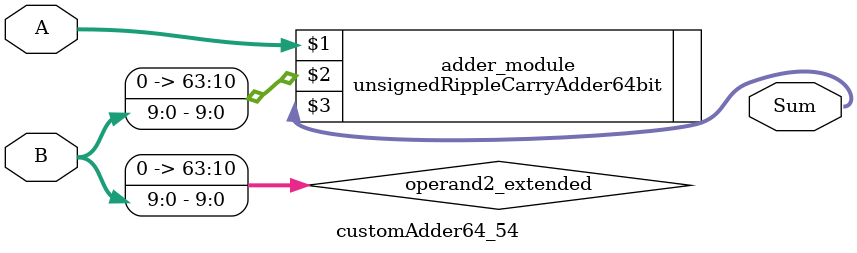
<source format=v>
module customAdder64_54(
                        input [63 : 0] A,
                        input [9 : 0] B,
                        
                        output [64 : 0] Sum
                );

        wire [63 : 0] operand2_extended;
        
        assign operand2_extended =  {54'b0, B};
        
        unsignedRippleCarryAdder64bit adder_module(
            A,
            operand2_extended,
            Sum
        );
        
        endmodule
        
</source>
